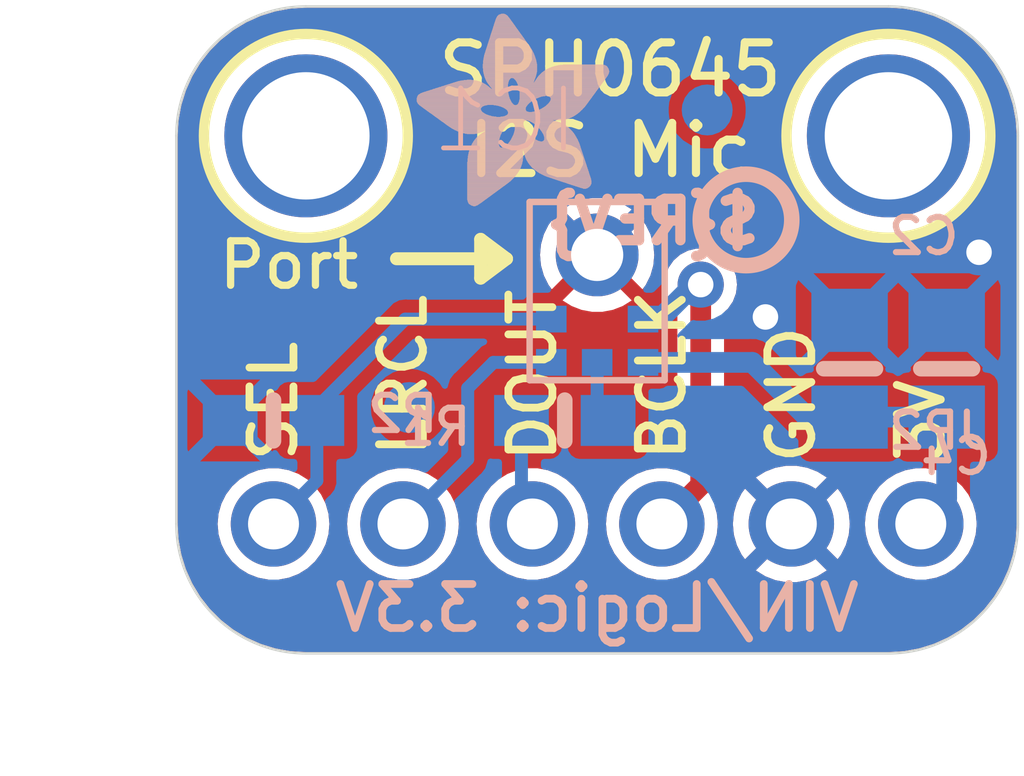
<source format=kicad_pcb>
(kicad_pcb (version 20221018) (generator pcbnew)
  (layers (0 "F.Cu" signal) (31 "B.Cu" signal) (34 "B.Paste" user) (35 "F.Paste" user) (36 "B.SilkS" user "B.Silkscreen") (37 "F.SilkS" user "F.Silkscreen") (38 "B.Mask" user) (39 "F.Mask" user) (44 "Edge.Cuts" user))
  (net 0 "")
  (net 1 "GND")
  (net 2 "VDD")
  (net 3 "DATA")
  (net 4 "WS")
  (net 5 "SELECT")
  (net 6 "BCLK")
  (net 7 "N$1")
  (footprint "working:MOUNTINGHOLE_2.5_PLATED" (layer "F.Cu") (at 142.7861 101.1936)
    (fp_text reference "U$6" hide)
    (fp_text value "MOUNTINGHOLE2.5" hide)
    (pad "P$1" thru_hole circle (at 0 0) (size 3.2 3.2) (drill 2.5) (layers "*.Cu" "*.Mask"))
    (zone (net 0) (net_name "") (layer "F.Cu") (connect_pads (clearance 0)) (min_thickness 0.25)
      (keepout (tracks not_allowed) (vias not_allowed) (pads not_allowed) (copperpour not_allowed) (footprints allowed))
      (fill (thermal_gap 0.5) (thermal_bridge_width 0.5))
      (polygon (pts (xy 144.8021 101.1936) (xy 144.78248 100.913027) (xy 144.724004 100.637915) (xy 144.627808 100.373619) (xy 144.495765 100.125283) (xy 144.330446 99.89774) (xy 144.135067 99.69542) (xy 143.913433 99.52226) (xy 143.669856 99.381631) (xy 143.409078 99.27627) (xy 143.136175 99.208228) (xy 142.856457 99.178828) (xy 142.575371 99.188644) (xy 142.298385 99.237484) (xy 142.030893 99.324397) (xy 141.7781 99.447693) (xy 141.544926 99.60497) (xy 141.335911 99.793169) (xy 141.155122 100.008625) (xy 141.006078 100.247145) (xy 140.89168 100.504087) (xy 140.814154 100.77445) (xy 140.775011 101.052971) (xy 140.775011 101.334229) (xy 140.814154 101.61275) (xy 140.89168 101.883113) (xy 141.006078 102.140055) (xy 141.155122 102.378575) (xy 141.335911 102.594031) (xy 141.544926 102.78223) (xy 141.7781 102.939507) (xy 142.030893 103.062803) (xy 142.298385 103.149716) (xy 142.575371 103.198556) (xy 142.856457 103.208372) (xy 143.136175 103.178972) (xy 143.409078 103.11093) (xy 143.669856 103.005569) (xy 143.913433 102.86494) (xy 144.135067 102.69178) (xy 144.330446 102.48946) (xy 144.495765 102.261917) (xy 144.627808 102.013581) (xy 144.724004 101.749285) (xy 144.78248 101.474173)))
      (polygon (pts (xy 142.7701 101.1936) (xy 142.774786 101.204914) (xy 142.7861 101.2096) (xy 142.797414 101.204914) (xy 142.8021 101.1936) (xy 142.797414 101.182286) (xy 142.7861 101.1776) (xy 142.774786 101.182286)))
    )
    (zone (net 0) (net_name "") (layer "B.Cu") (connect_pads (clearance 0)) (min_thickness 0.25)
      (keepout (tracks not_allowed) (vias not_allowed) (pads not_allowed) (copperpour not_allowed) (footprints allowed))
      (fill (thermal_gap 0.5) (thermal_bridge_width 0.5))
      (polygon (pts (xy 144.8021 101.1936) (xy 144.78248 100.913027) (xy 144.724004 100.637915) (xy 144.627808 100.373619) (xy 144.495765 100.125283) (xy 144.330446 99.89774) (xy 144.135067 99.69542) (xy 143.913433 99.52226) (xy 143.669856 99.381631) (xy 143.409078 99.27627) (xy 143.136175 99.208228) (xy 142.856457 99.178828) (xy 142.575371 99.188644) (xy 142.298385 99.237484) (xy 142.030893 99.324397) (xy 141.7781 99.447693) (xy 141.544926 99.60497) (xy 141.335911 99.793169) (xy 141.155122 100.008625) (xy 141.006078 100.247145) (xy 140.89168 100.504087) (xy 140.814154 100.77445) (xy 140.775011 101.052971) (xy 140.775011 101.334229) (xy 140.814154 101.61275) (xy 140.89168 101.883113) (xy 141.006078 102.140055) (xy 141.155122 102.378575) (xy 141.335911 102.594031) (xy 141.544926 102.78223) (xy 141.7781 102.939507) (xy 142.030893 103.062803) (xy 142.298385 103.149716) (xy 142.575371 103.198556) (xy 142.856457 103.208372) (xy 143.136175 103.178972) (xy 143.409078 103.11093) (xy 143.669856 103.005569) (xy 143.913433 102.86494) (xy 144.135067 102.69178) (xy 144.330446 102.48946) (xy 144.495765 102.261917) (xy 144.627808 102.013581) (xy 144.724004 101.749285) (xy 144.78248 101.474173)))
      (polygon (pts (xy 142.7701 101.1936) (xy 142.774786 101.204914) (xy 142.7861 101.2096) (xy 142.797414 101.204914) (xy 142.8021 101.1936) (xy 142.797414 101.182286) (xy 142.7861 101.1776) (xy 142.774786 101.182286)))
    )
  )
  (footprint "working:MOUNTINGHOLE_2.5_PLATED" (layer "F.Cu") (at 154.2161 101.1936)
    (fp_text reference "U$12" hide)
    (fp_text value "MOUNTINGHOLE2.5" hide)
    (pad "P$1" thru_hole circle (at 0 0) (size 3.2 3.2) (drill 2.5) (layers "*.Cu" "*.Mask"))
    (zone (net 0) (net_name "") (layer "F.Cu") (connect_pads (clearance 0)) (min_thickness 0.25)
      (keepout (tracks not_allowed) (vias not_allowed) (pads not_allowed) (copperpour not_allowed) (footprints allowed))
      (fill (thermal_gap 0.5) (thermal_bridge_width 0.5))
      (polygon (pts (xy 156.2321 101.1936) (xy 156.21248 100.913027) (xy 156.154004 100.637915) (xy 156.057808 100.373619) (xy 155.925765 100.125283) (xy 155.760446 99.89774) (xy 155.565067 99.69542) (xy 155.343433 99.52226) (xy 155.099856 99.381631) (xy 154.839078 99.27627) (xy 154.566175 99.208228) (xy 154.286457 99.178828) (xy 154.005371 99.188644) (xy 153.728385 99.237484) (xy 153.460893 99.324397) (xy 153.2081 99.447693) (xy 152.974926 99.60497) (xy 152.765911 99.793169) (xy 152.585122 100.008625) (xy 152.436078 100.247145) (xy 152.32168 100.504087) (xy 152.244154 100.77445) (xy 152.205011 101.052971) (xy 152.205011 101.334229) (xy 152.244154 101.61275) (xy 152.32168 101.883113) (xy 152.436078 102.140055) (xy 152.585122 102.378575) (xy 152.765911 102.594031) (xy 152.974926 102.78223) (xy 153.2081 102.939507) (xy 153.460893 103.062803) (xy 153.728385 103.149716) (xy 154.005371 103.198556) (xy 154.286457 103.208372) (xy 154.566175 103.178972) (xy 154.839078 103.11093) (xy 155.099856 103.005569) (xy 155.343433 102.86494) (xy 155.565067 102.69178) (xy 155.760446 102.48946) (xy 155.925765 102.261917) (xy 156.057808 102.013581) (xy 156.154004 101.749285) (xy 156.21248 101.474173)))
      (polygon (pts (xy 154.2001 101.1936) (xy 154.204786 101.204914) (xy 154.2161 101.2096) (xy 154.227414 101.204914) (xy 154.2321 101.1936) (xy 154.227414 101.182286) (xy 154.2161 101.1776) (xy 154.204786 101.182286)))
    )
    (zone (net 0) (net_name "") (layer "B.Cu") (connect_pads (clearance 0)) (min_thickness 0.25)
      (keepout (tracks not_allowed) (vias not_allowed) (pads not_allowed) (copperpour not_allowed) (footprints allowed))
      (fill (thermal_gap 0.5) (thermal_bridge_width 0.5))
      (polygon (pts (xy 156.2321 101.1936) (xy 156.21248 100.913027) (xy 156.154004 100.637915) (xy 156.057808 100.373619) (xy 155.925765 100.125283) (xy 155.760446 99.89774) (xy 155.565067 99.69542) (xy 155.343433 99.52226) (xy 155.099856 99.381631) (xy 154.839078 99.27627) (xy 154.566175 99.208228) (xy 154.286457 99.178828) (xy 154.005371 99.188644) (xy 153.728385 99.237484) (xy 153.460893 99.324397) (xy 153.2081 99.447693) (xy 152.974926 99.60497) (xy 152.765911 99.793169) (xy 152.585122 100.008625) (xy 152.436078 100.247145) (xy 152.32168 100.504087) (xy 152.244154 100.77445) (xy 152.205011 101.052971) (xy 152.205011 101.334229) (xy 152.244154 101.61275) (xy 152.32168 101.883113) (xy 152.436078 102.140055) (xy 152.585122 102.378575) (xy 152.765911 102.594031) (xy 152.974926 102.78223) (xy 153.2081 102.939507) (xy 153.460893 103.062803) (xy 153.728385 103.149716) (xy 154.005371 103.198556) (xy 154.286457 103.208372) (xy 154.566175 103.178972) (xy 154.839078 103.11093) (xy 155.099856 103.005569) (xy 155.343433 102.86494) (xy 155.565067 102.69178) (xy 155.760446 102.48946) (xy 155.925765 102.261917) (xy 156.057808 102.013581) (xy 156.154004 101.749285) (xy 156.21248 101.474173)))
      (polygon (pts (xy 154.2001 101.1936) (xy 154.204786 101.204914) (xy 154.2161 101.2096) (xy 154.227414 101.204914) (xy 154.2321 101.1936) (xy 154.227414 101.182286) (xy 154.2161 101.1776) (xy 154.204786 101.182286)))
    )
  )
  (footprint "working:0603-NO" (layer "B.Cu") (at 142.1511 106.7816)
    (fp_text reference "R2" (at 1.778 -0.127) (layer "B.SilkS") (effects (font (size 0.692831 0.692831) (thickness 0.119969)) (justify right mirror)))
    (fp_text value "10k")
    (pad "1" smd rect (at -0.85 0) (size 1.075 1) (layers "B.Cu" "B.Paste" "B.Mask") (net 1 "GND"))
    (pad "2" smd rect (at 0.85 0) (size 1.075 1) (layers "B.Cu" "B.Paste" "B.Mask") (net 5 "SELECT"))
  )
  (footprint "working:SPH0645LM4H" (layer "B.Cu") (at 148.5011 104.2416)
    (fp_text reference "IC1" (at -3.3 -3.35) (layer "B.SilkS") (effects (font (size 1.176528 1.176528) (thickness 0.093472)) (justify right mirror)))
    (fp_text value "MIC_I2S_SPH0645" hide)
    (pad "1" smd rect (at -0.9 1.4) (size 0.6 0.525) (layers "B.Cu" "B.Paste" "B.Mask") (net 4 "WS"))
    (pad "2" smd rect (at -0.9 0.55) (size 0.6 0.525) (layers "B.Cu" "B.Paste" "B.Mask") (net 5 "SELECT"))
    (pad "3" thru_hole circle (at 0 -0.71) (size 1.625 1.625) (drill 1.025) (layers "*.Cu" "*.Mask") (net 1 "GND"))
    (pad "4" smd rect (at 0.9 0.55) (size 0.6 0.525) (layers "B.Cu" "B.Paste" "B.Mask") (net 6 "BCLK"))
    (pad "5" smd rect (at 0.9 1.4) (size 0.6 0.525) (layers "B.Cu" "B.Paste" "B.Mask") (net 2 "VDD"))
    (pad "6" smd rect (at 0 1.4) (size 0.6 0.525) (layers "B.Cu" "B.Paste" "B.Mask") (net 7 "N$1"))
  )
  (footprint "working:FIDUCIAL_1MM" (layer "B.Cu") (at 150.6601 100.6856 180)
    (fp_text reference "FID1" hide)
    (fp_text value "FIDUCIAL_1MM" hide)
    (pad "1" smd roundrect (at 0 0 180) (size 1 1) (layers "B.Cu" "B.Mask") (roundrect_rratio 0.5))
  )
  (footprint "working:0805-NO" (layer "B.Cu") (at 155.3591 105.7656 90)
    (fp_text reference "C4" (at -1.7145 -0.5715 180) (layer "B.SilkS") (effects (font (size 0.692831 0.692831) (thickness 0.119969)) (justify right mirror)))
    (fp_text value "1uF")
    (pad "1" smd rect (at -0.95 0 90) (size 1.24 1.5) (layers "B.Cu" "B.Paste" "B.Mask") (net 2 "VDD"))
    (pad "2" smd rect (at 0.95 0 90) (size 1.24 1.5) (layers "B.Cu" "B.Paste" "B.Mask") (net 1 "GND"))
  )
  (footprint "working:0805-NO" (layer "B.Cu") (at 153.4541 105.7656 90)
    (fp_text reference "C2" (at 2.6035 0.6985 180) (layer "B.SilkS") (effects (font (size 0.692831 0.692831) (thickness 0.119969)) (justify right mirror)))
    (fp_text value "220pF")
    (pad "1" smd rect (at -0.95 0 90) (size 1.24 1.5) (layers "B.Cu" "B.Paste" "B.Mask") (net 2 "VDD"))
    (pad "2" smd rect (at 0.95 0 90) (size 1.24 1.5) (layers "B.Cu" "B.Paste" "B.Mask") (net 1 "GND"))
  )
  (footprint "working:PCBFEAT-REV-040" (layer "B.Cu") (at 151.4221 102.8446 180)
    (fp_text reference "U$13" hide)
    (fp_text value "" hide)
    (fp_text user "${REV}" (at -0.3556 -0.508) (layer "B.SilkS") (effects (font (size 0.8128 0.8128) (thickness 0.2032)) (justify left bottom mirror)))
  )
  (footprint "working:1X06_ROUND" (layer "B.Cu") (at 148.5011 108.8136 180)
    (fp_text reference "JP2" (at -7.6962 1.8288) (layer "B.SilkS") (effects (font (size 0.692831 0.692831) (thickness 0.119969)) (justify left mirror)))
    (fp_text value "")
    (pad "1" thru_hole circle (at -6.35 0 90) (size 1.6764 1.6764) (drill 1) (layers "*.Cu" "*.Mask") (net 2 "VDD"))
    (pad "2" thru_hole circle (at -3.81 0 90) (size 1.6764 1.6764) (drill 1) (layers "*.Cu" "*.Mask") (net 1 "GND"))
    (pad "3" thru_hole circle (at -1.27 0 90) (size 1.6764 1.6764) (drill 1) (layers "*.Cu" "*.Mask") (net 6 "BCLK"))
    (pad "4" thru_hole circle (at 1.27 0 90) (size 1.6764 1.6764) (drill 1) (layers "*.Cu" "*.Mask") (net 3 "DATA"))
    (pad "5" thru_hole circle (at 3.81 0 90) (size 1.6764 1.6764) (drill 1) (layers "*.Cu" "*.Mask") (net 4 "WS"))
    (pad "6" thru_hole circle (at 6.35 0 90) (size 1.6764 1.6764) (drill 1) (layers "*.Cu" "*.Mask") (net 5 "SELECT"))
  )
  (footprint "working:0603-NO" (layer "B.Cu") (at 147.8661 106.7816 180)
    (fp_text reference "R1" (at 1.778 -0.127) (layer "B.SilkS") (effects (font (size 0.692831 0.692831) (thickness 0.119969)) (justify left mirror)))
    (fp_text value "68")
    (pad "1" smd rect (at -0.85 0 180) (size 1.075 1) (layers "B.Cu" "B.Paste" "B.Mask") (net 7 "N$1"))
    (pad "2" smd rect (at 0.85 0 180) (size 1.075 1) (layers "B.Cu" "B.Paste" "B.Mask") (net 3 "DATA"))
  )
  (footprint "working:FIDUCIAL_1MM" (layer "B.Cu") (at 144.8181 106.5276 180)
    (fp_text reference "FID2" hide)
    (fp_text value "FIDUCIAL_1MM" hide)
    (pad "1" smd roundrect (at 0 0 180) (size 1 1) (layers "B.Cu" "B.Mask") (roundrect_rratio 0.5))
  )
  (footprint "working:ADAFRUIT_3.5MM" (layer "B.Cu") (at 148.7551 102.5906 180)
    (fp_text reference "U$5" hide)
    (fp_text value "" hide)
  )
  (gr_line (start 146.2151 103.9876) (end 146.7231 103.6066) (stroke (width 0.254)) (layer "F.SilkS"))
  (gr_line (start 146.2151 103.2256) (end 146.2151 103.9876) (stroke (width 0.254)) (layer "F.SilkS"))
  (gr_line (start 144.5641 103.6066) (end 146.7231 103.6066) (stroke (width 0.254)) (layer "F.SilkS"))
  (gr_line (start 146.7231 103.6066) (end 146.2151 103.2256) (stroke (width 0.254)) (layer "F.SilkS"))
  (gr_line (start 142.7861 111.3536) (end 154.2161 111.3536) (stroke (width 0.05)) (layer "Edge.Cuts"))
  (gr_arc (start 140.2461 101.1936) (mid 140.990049 99.397549) (end 142.7861 98.6536) (stroke (width 0.05)) (layer "Edge.Cuts"))
  (gr_line (start 156.7561 108.8136) (end 156.7561 101.1936) (stroke (width 0.05)) (layer "Edge.Cuts"))
  (gr_line (start 154.2161 98.6536) (end 142.7861 98.6536) (stroke (width 0.05)) (layer "Edge.Cuts"))
  (gr_arc (start 142.7861 111.3536) (mid 140.990049 110.609651) (end 140.2461 108.8136) (stroke (width 0.05)) (layer "Edge.Cuts"))
  (gr_arc (start 154.2161 98.6536) (mid 156.012151 99.397549) (end 156.7561 101.1936) (stroke (width 0.05)) (layer "Edge.Cuts"))
  (gr_line (start 140.2461 101.1936) (end 140.2461 108.8136) (stroke (width 0.05)) (layer "Edge.Cuts"))
  (gr_arc (start 156.7561 108.8136) (mid 156.012151 110.609651) (end 154.2161 111.3536) (stroke (width 0.05)) (layer "Edge.Cuts"))
  (gr_text "VIN/Logic: 3.3V" (at 148.5011 110.4646) (layer "B.SilkS") (effects (font (size 0.8636 0.8636) (thickness 0.1524)) (justify mirror)))
  (gr_text "DOUT" (at 147.2311 105.8926 90) (layer "F.SilkS") (effects (font (size 0.8636 0.8636) (thickness 0.1524))))
  (gr_text "SPH0645\nI2S Mic" (at 148.7551 100.6856) (layer "F.SilkS") (effects (font (size 0.98298 0.98298) (thickness 0.16002))))
  (gr_text "3V" (at 154.8511 106.7816 90) (layer "F.SilkS") (effects (font (size 0.8636 0.8636) (thickness 0.1524))))
  (gr_text "BCLK" (at 149.7711 105.8926 90) (layer "F.SilkS") (effects (font (size 0.8636 0.8636) (thickness 0.1524))))
  (gr_text "Port" (at 141.0081 104.2416) (layer "F.SilkS") (effects (font (size 0.87376 0.87376) (thickness 0.14224)) (justify left bottom)))
  (gr_text "GND" (at 152.3111 106.2736 90) (layer "F.SilkS") (effects (font (size 0.8636 0.8636) (thickness 0.1524))))
  (gr_text "SEL" (at 142.1511 106.4006 90) (layer "F.SilkS") (effects (font (size 0.8636 0.8636) (thickness 0.1524))))
  (gr_text "LRCL" (at 144.6911 105.8926 90) (layer "F.SilkS") (effects (font (size 0.8636 0.8636) (thickness 0.1524))))
  (via (at 155.9941 103.4796) (size 0.9064) (drill 0.5) (layers "F.Cu" "B.Cu") (net 1))
  (via (at 151.8031 104.7496) (size 0.9064) (drill 0.5) (layers "F.Cu" "B.Cu") (net 1))
  (segment (start 152.6201 106.7156) (end 153.4541 106.7156) (width 0.4064) (layer "B.Cu") (net 2))
  (segment (start 151.5461 105.6416) (end 152.6201 106.7156) (width 0.4064) (layer "B.Cu") (net 2))
  (segment (start 155.3591 108.3056) (end 155.3591 106.7156) (width 0.4064) (layer "B.Cu") (net 2))
  (segment (start 153.4541 106.7156) (end 152.8801 106.7156) (width 0.4064) (layer "B.Cu") (net 2))
  (segment (start 154.8511 108.8136) (end 155.3591 108.3056) (width 0.4064) (layer "B.Cu") (net 2))
  (segment (start 155.3591 106.7156) (end 153.4541 106.7156) (width 0.4064) (layer "B.Cu") (net 2))
  (segment (start 151.5461 105.6416) (end 149.4011 105.6416) (width 0.4064) (layer "B.Cu") (net 2))
  (segment (start 147.0161 108.5986) (end 147.2311 108.8136) (width 0.254) (layer "B.Cu") (net 3))
  (segment (start 147.0161 106.7816) (end 147.0161 108.5986) (width 0.254) (layer "B.Cu") (net 3))
  (segment (start 145.9611 106.1466) (end 145.9611 107.5436) (width 0.254) (layer "B.Cu") (net 4))
  (segment (start 147.6011 105.6416) (end 146.4661 105.6416) (width 0.254) (layer "B.Cu") (net 4))
  (segment (start 146.4661 105.6416) (end 145.9611 106.1466) (width 0.254) (layer "B.Cu") (net 4))
  (segment (start 145.9611 107.5436) (end 144.6911 108.8136) (width 0.254) (layer "B.Cu") (net 4))
  (segment (start 142.1511 108.8136) (end 143.0011 107.9636) (width 0.254) (layer "B.Cu") (net 5))
  (segment (start 143.0011 106.5276) (end 143.0011 106.7816) (width 0.254) (layer "B.Cu") (net 5))
  (segment (start 144.7371 104.7916) (end 143.0011 106.5276) (width 0.254) (layer "B.Cu") (net 5))
  (segment (start 147.6011 104.7916) (end 144.7371 104.7916) (width 0.254) (layer "B.Cu") (net 5))
  (segment (start 143.0011 107.9636) (end 143.0011 106.7816) (width 0.254) (layer "B.Cu") (net 5))
  (segment (start 150.5331 104.1146) (end 150.5331 108.0516) (width 0.4064) (layer "F.Cu") (net 6))
  (segment (start 150.5331 108.0516) (end 149.7711 108.8136) (width 0.4064) (layer "F.Cu") (net 6))
  (via (at 150.5331 104.1146) (size 0.9064) (drill 0.5) (layers "F.Cu" "B.Cu") (net 6))
  (segment (start 149.7291 104.7916) (end 150.4061 104.1146) (width 0.4064) (layer "B.Cu") (net 6))
  (segment (start 149.4011 104.7916) (end 149.7291 104.7916) (width 0.4064) (layer "B.Cu") (net 6))
  (segment (start 150.4061 104.1146) (end 150.5331 104.1146) (width 0.4064) (layer "B.Cu") (net 6))
  (segment (start 148.5011 106.9086) (end 148.7161 106.7816) (width 0.254) (layer "B.Cu") (net 7))
  (segment (start 148.5011 105.6416) (end 148.5011 106.9086) (width 0.254) (layer "B.Cu") (net 7))
  (zone (net 1) (net_name "GND") (layer "F.Cu") (priority 6) (connect_pads (clearance 0.254)) (min_thickness 0.127) (fill yes (thermal_gap 0.304) (thermal_bridge_width 0.304))
    (polygon (pts (xy 156.8831 111.4806) (xy 140.1191 111.4806) (xy 140.1191 98.5266) (xy 156.8831 98.5266)))
  )
  (zone (net 1) (net_name "GND") (layer "B.Cu") (priority 6) (connect_pads (clearance 0.254)) (min_thickness 0.127) (fill yes (thermal_gap 0.304) (thermal_bridge_width 0.304))
    (polygon (pts (xy 156.8831 111.4806) (xy 140.1191 111.4806) (xy 140.1191 98.5266) (xy 156.8831 98.5266)))
  )
)
</source>
